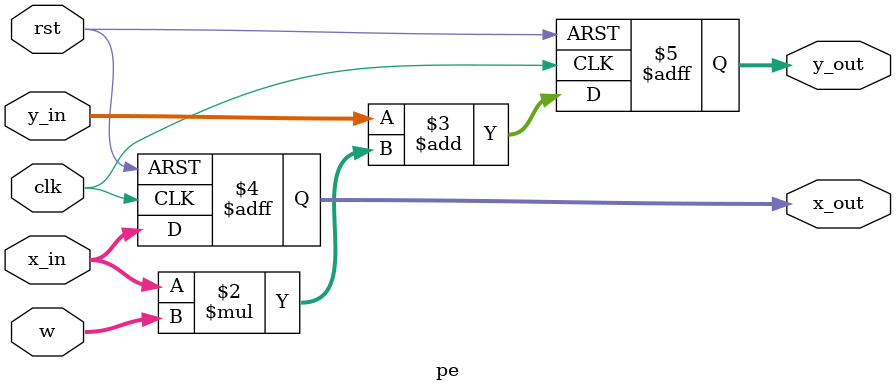
<source format=v>
`timescale 1ns / 1ps

module pe #(
    parameter DATA_WIDTH = 32
) (
    input clk,
    input rst,
    input [DATA_WIDTH-1:0] w,
    input [DATA_WIDTH-1:0] x_in,
    input [DATA_WIDTH-1:0] y_in,
    output reg [DATA_WIDTH-1:0] x_out,
    output reg [DATA_WIDTH-1:0] y_out
);

always@(posedge clk or posedge rst) begin
    if (rst) begin
        x_out <= 0;
        y_out <= 0;
    end
    else begin
        y_out <= y_in + x_in * w;
        x_out <= x_in;
    end
end

endmodule
</source>
